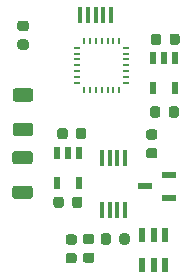
<source format=gbr>
G04 #@! TF.GenerationSoftware,KiCad,Pcbnew,5.1.8-db9833491~88~ubuntu20.04.1*
G04 #@! TF.CreationDate,2021-01-29T13:44:14-05:00*
G04 #@! TF.ProjectId,pmtcmini-h10770,706d7463-6d69-46e6-992d-683130373730,rev?*
G04 #@! TF.SameCoordinates,Original*
G04 #@! TF.FileFunction,Paste,Top*
G04 #@! TF.FilePolarity,Positive*
%FSLAX46Y46*%
G04 Gerber Fmt 4.6, Leading zero omitted, Abs format (unit mm)*
G04 Created by KiCad (PCBNEW 5.1.8-db9833491~88~ubuntu20.04.1) date 2021-01-29 13:44:14*
%MOMM*%
%LPD*%
G01*
G04 APERTURE LIST*
%ADD10R,0.600000X1.250000*%
%ADD11R,0.406400X1.371600*%
%ADD12R,1.295400X0.558800*%
%ADD13R,0.270000X0.620000*%
%ADD14R,0.620000X0.270000*%
%ADD15R,0.550000X1.050000*%
%ADD16R,0.400000X1.350000*%
G04 APERTURE END LIST*
D10*
X141100000Y-79150000D03*
X140150000Y-79150000D03*
X139200000Y-79150000D03*
X139200000Y-76650000D03*
X140150000Y-76650000D03*
X141100000Y-76650000D03*
D11*
X137740600Y-74484400D03*
X137080200Y-74484400D03*
X136419800Y-74484400D03*
X135759400Y-74484400D03*
X135759400Y-70115600D03*
X136419800Y-70115600D03*
X137080200Y-70115600D03*
X137740600Y-70115600D03*
D12*
X139421300Y-72500000D03*
X141478700Y-71550000D03*
X141478700Y-73450000D03*
G36*
G01*
X129725001Y-65325000D02*
X128474999Y-65325000D01*
G75*
G02*
X128225000Y-65075001I0J249999D01*
G01*
X128225000Y-64449999D01*
G75*
G02*
X128474999Y-64200000I249999J0D01*
G01*
X129725001Y-64200000D01*
G75*
G02*
X129975000Y-64449999I0J-249999D01*
G01*
X129975000Y-65075001D01*
G75*
G02*
X129725001Y-65325000I-249999J0D01*
G01*
G37*
G36*
G01*
X129725001Y-68250000D02*
X128474999Y-68250000D01*
G75*
G02*
X128225000Y-68000001I0J249999D01*
G01*
X128225000Y-67374999D01*
G75*
G02*
X128474999Y-67125000I249999J0D01*
G01*
X129725001Y-67125000D01*
G75*
G02*
X129975000Y-67374999I0J-249999D01*
G01*
X129975000Y-68000001D01*
G75*
G02*
X129725001Y-68250000I-249999J0D01*
G01*
G37*
G36*
G01*
X129675001Y-70625000D02*
X128424999Y-70625000D01*
G75*
G02*
X128175000Y-70375001I0J249999D01*
G01*
X128175000Y-69749999D01*
G75*
G02*
X128424999Y-69500000I249999J0D01*
G01*
X129675001Y-69500000D01*
G75*
G02*
X129925000Y-69749999I0J-249999D01*
G01*
X129925000Y-70375001D01*
G75*
G02*
X129675001Y-70625000I-249999J0D01*
G01*
G37*
G36*
G01*
X129675001Y-73550000D02*
X128424999Y-73550000D01*
G75*
G02*
X128175000Y-73300001I0J249999D01*
G01*
X128175000Y-72674999D01*
G75*
G02*
X128424999Y-72425000I249999J0D01*
G01*
X129675001Y-72425000D01*
G75*
G02*
X129925000Y-72674999I0J-249999D01*
G01*
X129925000Y-73300001D01*
G75*
G02*
X129675001Y-73550000I-249999J0D01*
G01*
G37*
D13*
X134250000Y-64305000D03*
X134750000Y-64305000D03*
X135250000Y-64305000D03*
X135750000Y-64305000D03*
X136250000Y-64305000D03*
X136750000Y-64305000D03*
X137250000Y-64305000D03*
D14*
X137805000Y-63750000D03*
X137805000Y-63250000D03*
X137805000Y-62750000D03*
X137805000Y-62250000D03*
X137805000Y-61750000D03*
X137805000Y-61250000D03*
X137805000Y-60750000D03*
D13*
X137250000Y-60195000D03*
X136750000Y-60195000D03*
X136250000Y-60195000D03*
X135750000Y-60195000D03*
X135250000Y-60195000D03*
X134750000Y-60195000D03*
X134250000Y-60195000D03*
D14*
X133695000Y-60750000D03*
X133695000Y-61250000D03*
X133695000Y-61750000D03*
X133695000Y-62250000D03*
X133695000Y-62750000D03*
X133695000Y-63250000D03*
X133695000Y-63750000D03*
G36*
G01*
X137250000Y-77206250D02*
X137250000Y-76693750D01*
G75*
G02*
X137468750Y-76475000I218750J0D01*
G01*
X137906250Y-76475000D01*
G75*
G02*
X138125000Y-76693750I0J-218750D01*
G01*
X138125000Y-77206250D01*
G75*
G02*
X137906250Y-77425000I-218750J0D01*
G01*
X137468750Y-77425000D01*
G75*
G02*
X137250000Y-77206250I0J218750D01*
G01*
G37*
G36*
G01*
X135675000Y-77206250D02*
X135675000Y-76693750D01*
G75*
G02*
X135893750Y-76475000I218750J0D01*
G01*
X136331250Y-76475000D01*
G75*
G02*
X136550000Y-76693750I0J-218750D01*
G01*
X136550000Y-77206250D01*
G75*
G02*
X136331250Y-77425000I-218750J0D01*
G01*
X135893750Y-77425000D01*
G75*
G02*
X135675000Y-77206250I0J218750D01*
G01*
G37*
G36*
G01*
X128843750Y-58475000D02*
X129356250Y-58475000D01*
G75*
G02*
X129575000Y-58693750I0J-218750D01*
G01*
X129575000Y-59131250D01*
G75*
G02*
X129356250Y-59350000I-218750J0D01*
G01*
X128843750Y-59350000D01*
G75*
G02*
X128625000Y-59131250I0J218750D01*
G01*
X128625000Y-58693750D01*
G75*
G02*
X128843750Y-58475000I218750J0D01*
G01*
G37*
G36*
G01*
X128843750Y-60050000D02*
X129356250Y-60050000D01*
G75*
G02*
X129575000Y-60268750I0J-218750D01*
G01*
X129575000Y-60706250D01*
G75*
G02*
X129356250Y-60925000I-218750J0D01*
G01*
X128843750Y-60925000D01*
G75*
G02*
X128625000Y-60706250I0J218750D01*
G01*
X128625000Y-60268750D01*
G75*
G02*
X128843750Y-60050000I218750J0D01*
G01*
G37*
G36*
G01*
X134906250Y-78975000D02*
X134393750Y-78975000D01*
G75*
G02*
X134175000Y-78756250I0J218750D01*
G01*
X134175000Y-78318750D01*
G75*
G02*
X134393750Y-78100000I218750J0D01*
G01*
X134906250Y-78100000D01*
G75*
G02*
X135125000Y-78318750I0J-218750D01*
G01*
X135125000Y-78756250D01*
G75*
G02*
X134906250Y-78975000I-218750J0D01*
G01*
G37*
G36*
G01*
X134906250Y-77400000D02*
X134393750Y-77400000D01*
G75*
G02*
X134175000Y-77181250I0J218750D01*
G01*
X134175000Y-76743750D01*
G75*
G02*
X134393750Y-76525000I218750J0D01*
G01*
X134906250Y-76525000D01*
G75*
G02*
X135125000Y-76743750I0J-218750D01*
G01*
X135125000Y-77181250D01*
G75*
G02*
X134906250Y-77400000I-218750J0D01*
G01*
G37*
G36*
G01*
X133431250Y-77437500D02*
X132918750Y-77437500D01*
G75*
G02*
X132700000Y-77218750I0J218750D01*
G01*
X132700000Y-76781250D01*
G75*
G02*
X132918750Y-76562500I218750J0D01*
G01*
X133431250Y-76562500D01*
G75*
G02*
X133650000Y-76781250I0J-218750D01*
G01*
X133650000Y-77218750D01*
G75*
G02*
X133431250Y-77437500I-218750J0D01*
G01*
G37*
G36*
G01*
X133431250Y-79012500D02*
X132918750Y-79012500D01*
G75*
G02*
X132700000Y-78793750I0J218750D01*
G01*
X132700000Y-78356250D01*
G75*
G02*
X132918750Y-78137500I218750J0D01*
G01*
X133431250Y-78137500D01*
G75*
G02*
X133650000Y-78356250I0J-218750D01*
G01*
X133650000Y-78793750D01*
G75*
G02*
X133431250Y-79012500I-218750J0D01*
G01*
G37*
G36*
G01*
X141425000Y-66456250D02*
X141425000Y-65943750D01*
G75*
G02*
X141643750Y-65725000I218750J0D01*
G01*
X142081250Y-65725000D01*
G75*
G02*
X142300000Y-65943750I0J-218750D01*
G01*
X142300000Y-66456250D01*
G75*
G02*
X142081250Y-66675000I-218750J0D01*
G01*
X141643750Y-66675000D01*
G75*
G02*
X141425000Y-66456250I0J218750D01*
G01*
G37*
G36*
G01*
X139850000Y-66456250D02*
X139850000Y-65943750D01*
G75*
G02*
X140068750Y-65725000I218750J0D01*
G01*
X140506250Y-65725000D01*
G75*
G02*
X140725000Y-65943750I0J-218750D01*
G01*
X140725000Y-66456250D01*
G75*
G02*
X140506250Y-66675000I-218750J0D01*
G01*
X140068750Y-66675000D01*
G75*
G02*
X139850000Y-66456250I0J218750D01*
G01*
G37*
G36*
G01*
X133250000Y-74106250D02*
X133250000Y-73593750D01*
G75*
G02*
X133468750Y-73375000I218750J0D01*
G01*
X133906250Y-73375000D01*
G75*
G02*
X134125000Y-73593750I0J-218750D01*
G01*
X134125000Y-74106250D01*
G75*
G02*
X133906250Y-74325000I-218750J0D01*
G01*
X133468750Y-74325000D01*
G75*
G02*
X133250000Y-74106250I0J218750D01*
G01*
G37*
G36*
G01*
X131675000Y-74106250D02*
X131675000Y-73593750D01*
G75*
G02*
X131893750Y-73375000I218750J0D01*
G01*
X132331250Y-73375000D01*
G75*
G02*
X132550000Y-73593750I0J-218750D01*
G01*
X132550000Y-74106250D01*
G75*
G02*
X132331250Y-74325000I-218750J0D01*
G01*
X131893750Y-74325000D01*
G75*
G02*
X131675000Y-74106250I0J218750D01*
G01*
G37*
G36*
G01*
X140800000Y-59793750D02*
X140800000Y-60306250D01*
G75*
G02*
X140581250Y-60525000I-218750J0D01*
G01*
X140143750Y-60525000D01*
G75*
G02*
X139925000Y-60306250I0J218750D01*
G01*
X139925000Y-59793750D01*
G75*
G02*
X140143750Y-59575000I218750J0D01*
G01*
X140581250Y-59575000D01*
G75*
G02*
X140800000Y-59793750I0J-218750D01*
G01*
G37*
G36*
G01*
X142375000Y-59793750D02*
X142375000Y-60306250D01*
G75*
G02*
X142156250Y-60525000I-218750J0D01*
G01*
X141718750Y-60525000D01*
G75*
G02*
X141500000Y-60306250I0J218750D01*
G01*
X141500000Y-59793750D01*
G75*
G02*
X141718750Y-59575000I218750J0D01*
G01*
X142156250Y-59575000D01*
G75*
G02*
X142375000Y-59793750I0J-218750D01*
G01*
G37*
G36*
G01*
X132875000Y-67768750D02*
X132875000Y-68281250D01*
G75*
G02*
X132656250Y-68500000I-218750J0D01*
G01*
X132218750Y-68500000D01*
G75*
G02*
X132000000Y-68281250I0J218750D01*
G01*
X132000000Y-67768750D01*
G75*
G02*
X132218750Y-67550000I218750J0D01*
G01*
X132656250Y-67550000D01*
G75*
G02*
X132875000Y-67768750I0J-218750D01*
G01*
G37*
G36*
G01*
X134450000Y-67768750D02*
X134450000Y-68281250D01*
G75*
G02*
X134231250Y-68500000I-218750J0D01*
G01*
X133793750Y-68500000D01*
G75*
G02*
X133575000Y-68281250I0J218750D01*
G01*
X133575000Y-67768750D01*
G75*
G02*
X133793750Y-67550000I218750J0D01*
G01*
X134231250Y-67550000D01*
G75*
G02*
X134450000Y-67768750I0J-218750D01*
G01*
G37*
G36*
G01*
X140256250Y-68550000D02*
X139743750Y-68550000D01*
G75*
G02*
X139525000Y-68331250I0J218750D01*
G01*
X139525000Y-67893750D01*
G75*
G02*
X139743750Y-67675000I218750J0D01*
G01*
X140256250Y-67675000D01*
G75*
G02*
X140475000Y-67893750I0J-218750D01*
G01*
X140475000Y-68331250D01*
G75*
G02*
X140256250Y-68550000I-218750J0D01*
G01*
G37*
G36*
G01*
X140256250Y-70125000D02*
X139743750Y-70125000D01*
G75*
G02*
X139525000Y-69906250I0J218750D01*
G01*
X139525000Y-69468750D01*
G75*
G02*
X139743750Y-69250000I218750J0D01*
G01*
X140256250Y-69250000D01*
G75*
G02*
X140475000Y-69468750I0J-218750D01*
G01*
X140475000Y-69906250D01*
G75*
G02*
X140256250Y-70125000I-218750J0D01*
G01*
G37*
D15*
X142000000Y-61600000D03*
X141050000Y-61600000D03*
X140100000Y-61600000D03*
X140100000Y-64200000D03*
X142000000Y-64200000D03*
X133850000Y-69650000D03*
X132900000Y-69650000D03*
X131950000Y-69650000D03*
X131950000Y-72250000D03*
X133850000Y-72250000D03*
D16*
X136550000Y-57950000D03*
X135900000Y-57950000D03*
X133950000Y-57950000D03*
X134600000Y-57950000D03*
X135250000Y-57950000D03*
M02*

</source>
